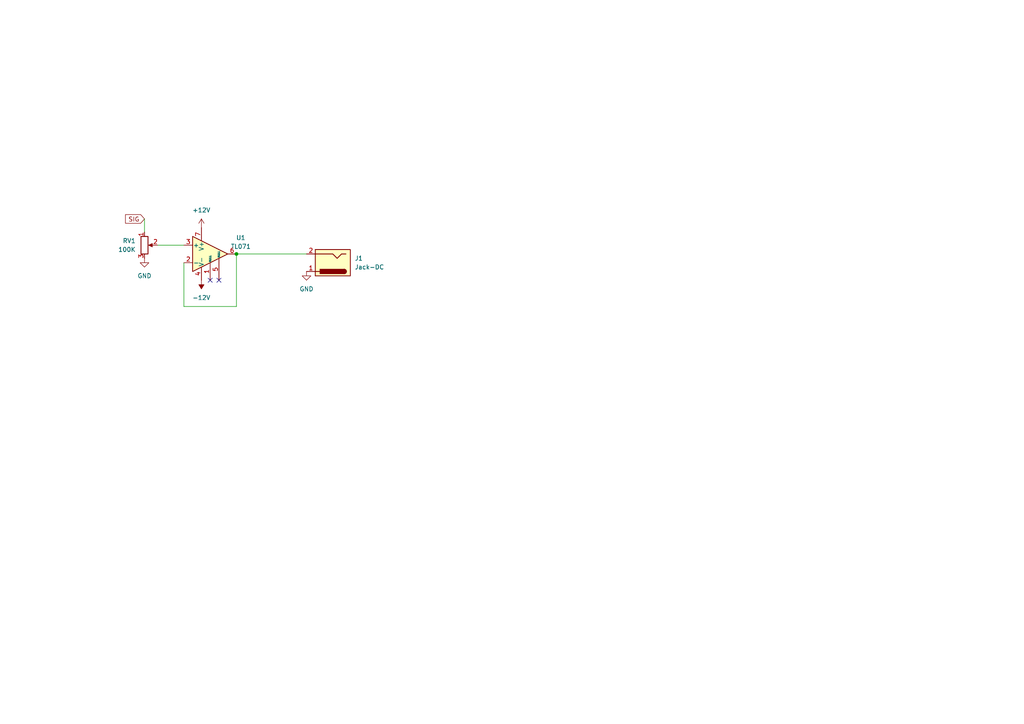
<source format=kicad_sch>
(kicad_sch (version 20211123) (generator eeschema)
  (paper "A4")
  (lib_symbols
    (symbol "Amplifier_Operational:TL071" (pin_names (offset 0.127))
      (property "Reference" "U" (at 0 6.35 0))
      (property "Value" "TL071" (at 0 3.81 0))
      (symbol "TL071_0_1"
        (polyline (pts (xy -5.08 5.08) (xy 5.08 0) (xy -5.08 -5.08) (xy -5.08 5.08)) (stroke (width 0.254)) (fill (type background)))
      )
      (symbol "TL071_1_1"
        (pin input line (at 0 -7.62 90) (length 5.08) (name "NULL") (number "1"))
        (pin input line (at -7.62 -2.54 0) (length 2.54) (name "-") (number "2"))
        (pin input line (at -7.62 2.54 0) (length 2.54) (name "+") (number "3"))
        (pin power_in line (at -2.54 -7.62 90) (length 3.81) (name "V-") (number "4"))
        (pin input line (at 2.54 -7.62 90) (length 6.35) (name "NULL") (number "5"))
        (pin output line (at 7.62 0 180) (length 2.54) (name "~") (number "6"))
        (pin power_in line (at -2.54 7.62 270) (length 3.81) (name "V+") (number "7"))
        (pin no_connect line (at 0 2.54 270) (length 2.54) hide (name "NC") (number "8"))
      )
    )
    (symbol "Connector:Jack-DC" (pin_names (offset 1.016))
      (property "Reference" "J" (at 0 5.334 0))
      (property "Value" "Jack-DC" (at 0 -5.08 0))
      (symbol "Jack-DC_0_1"
        (rectangle (start -5.08 3.81) (end 5.08 -3.81) (stroke (width 0.254)) (fill (type background)))
        (arc (start -3.302 3.175) (mid -3.937 2.54) (end -3.302 1.905) (stroke (width 0.254)))
        (arc (start -3.302 3.175) (mid -3.937 2.54) (end -3.302 1.905) (stroke (width 0.254)) (fill (type outline)))
        (polyline (pts (xy 5.08 2.54) (xy 3.81 2.54)) (stroke (width 0.254)))
        (polyline (pts (xy -3.81 -2.54) (xy -2.54 -2.54) (xy -1.27 -1.27) (xy 0 -2.54) (xy 2.54 -2.54) (xy 5.08 -2.54)) (stroke (width 0.254)))
        (rectangle (start 3.683 3.175) (end -3.302 1.905) (stroke (width 0.254)) (fill (type outline)))
      )
      (symbol "Jack-DC_1_1"
        (pin passive line (at 7.62 2.54 180) (length 2.54) (name "~") (number "1"))
        (pin passive line (at 7.62 -2.54 180) (length 2.54) (name "~") (number "2"))
      )
    )
    (symbol "Device:R_Potentiometer" (pin_names (offset 1.016) hide)
      (property "Reference" "RV" (at -4.445 0 90))
      (property "Value" "R_Potentiometer" (at -2.54 0 90))
      (symbol "R_Potentiometer_0_1"
        (polyline (pts (xy 2.54 0) (xy 1.524 0)))
        (polyline (pts (xy 1.143 0) (xy 2.286 0.508) (xy 2.286 -0.508) (xy 1.143 0)) (fill (type outline)))
        (rectangle (start 1.016 2.54) (end -1.016 -2.54) (stroke (width 0.254)))
      )
      (symbol "R_Potentiometer_1_1"
        (pin passive line (at 0 3.81 270) (length 1.27) (name "1") (number "1"))
        (pin passive line (at 3.81 0 180) (length 1.27) (name "2") (number "2"))
        (pin passive line (at 0 -3.81 90) (length 1.27) (name "3") (number "3"))
      )
    )
    (symbol "power:+12V" (power) (pin_names (offset 0))
      (property "Value" "+12V" (at 0 3.556 0))
      (symbol "+12V_0_1"
        (polyline (pts (xy -0.762 1.27) (xy 0 2.54)))
        (polyline (pts (xy 0 0) (xy 0 2.54)))
        (polyline (pts (xy 0 2.54) (xy 0.762 1.27)))
      )
      (symbol "+12V_1_1"
        (pin power_in line (at 0 0 90) (length 0) hide (name "+12V") (number "1"))
      )
    )
    (symbol "power:-12V" (power) (pin_names (offset 0))
      (property "Value" "-12V" (at 0 3.81 0))
      (symbol "-12V_0_0"
        (pin power_in line (at 0 0 90) (length 0) hide (name "-12V") (number "1"))
      )
      (symbol "-12V_0_1"
        (polyline (pts (xy 0 0) (xy 0 1.27) (xy 0.762 1.27) (xy 0 2.54) (xy -0.762 1.27) (xy 0 1.27)) (fill (type outline)))
      )
    )
    (symbol "power:GND" (power) (pin_names (offset 0))
      (property "Value" "GND" (at 0 -3.81 0))
      (symbol "GND_0_1"
        (polyline (pts (xy 0 0) (xy 0 -1.27) (xy 1.27 -1.27) (xy 0 -2.54) (xy -1.27 -1.27) (xy 0 -1.27)))
      )
      (symbol "GND_1_1"
        (pin power_in line (at 0 0 270) (length 0) hide (name "GND") (number "1"))
      )
    )
  )
  (junction (at 68.58 73.66))
  (no_connect (at 60.96 81.28))
  (no_connect (at 63.5 81.28))
  (wire (pts (xy 45.72 71.12) (xy 53.34 71.12)))
  (wire (pts (xy 41.91 63.5) (xy 41.91 67.31)))
  (wire (pts (xy 53.34 88.9) (xy 53.34 76.2)))
  (wire (pts (xy 68.58 73.66) (xy 68.58 88.9)))
  (wire (pts (xy 68.58 88.9) (xy 53.34 88.9)))
  (wire (pts (xy 68.58 73.66) (xy 88.9 73.66)))
  (global_label "SIG" (shape input) (at 41.91 63.5 180) (property "Intersheet References" "${INTERSHEET_REFS}" (effects hide)))
  (symbol (lib_id "power:+12V") (at 58.42 66.04 0) (unit 1)
    (property "Reference" "#PWR0101" (effects hide))
    (property "Value" "+12V" (at 58.42 60.96 0))
  )
  (symbol (lib_id "Device:R_Potentiometer") (at 41.91 71.12 0) (unit 1)
    (property "Reference" "RV1" (at 39.37 69.8499 0) (effects (justify right)))
    (property "Value" "100K" (at 39.37 72.3899 0) (effects (justify right)))
  )
  (symbol (lib_id "power:GND") (at 41.91 74.93 0) (unit 1)
    (property "Reference" "#PWR0104" (effects hide))
    (property "Value" "GND" (at 41.91 80.01 0))
  )
  (symbol (lib_id "Connector:Jack-DC") (at 96.52 76.2 180) (unit 1)
    (property "Reference" "J1" (at 102.87 74.9299 0) (effects (justify right)))
    (property "Value" "Jack-DC" (at 102.87 77.4699 0) (effects (justify right)))
  )
  (symbol (lib_id "power:GND") (at 88.9 78.74 0) (unit 1)
    (property "Reference" "#PWR0103" (effects hide))
    (property "Value" "GND" (at 88.9 83.82 0))
  )
  (symbol (lib_id "power:-12V") (at 58.42 81.28 0) (mirror x) (unit 1)
    (property "Reference" "#PWR0102" (effects hide))
    (property "Value" "-12V" (at 58.42 86.36 0))
  )
  (symbol (lib_id "Amplifier_Operational:TL071") (at 60.96 73.66 0) (unit 1)
    (property "Reference" "U1" (at 69.85 68.961 0))
    (property "Value" "TL071" (at 69.85 71.501 0))
    (property "Datasheet" "http://www.ti.com/lit/ds/symlink/tl071.pdf" (effects hide))
  )
)
</source>
